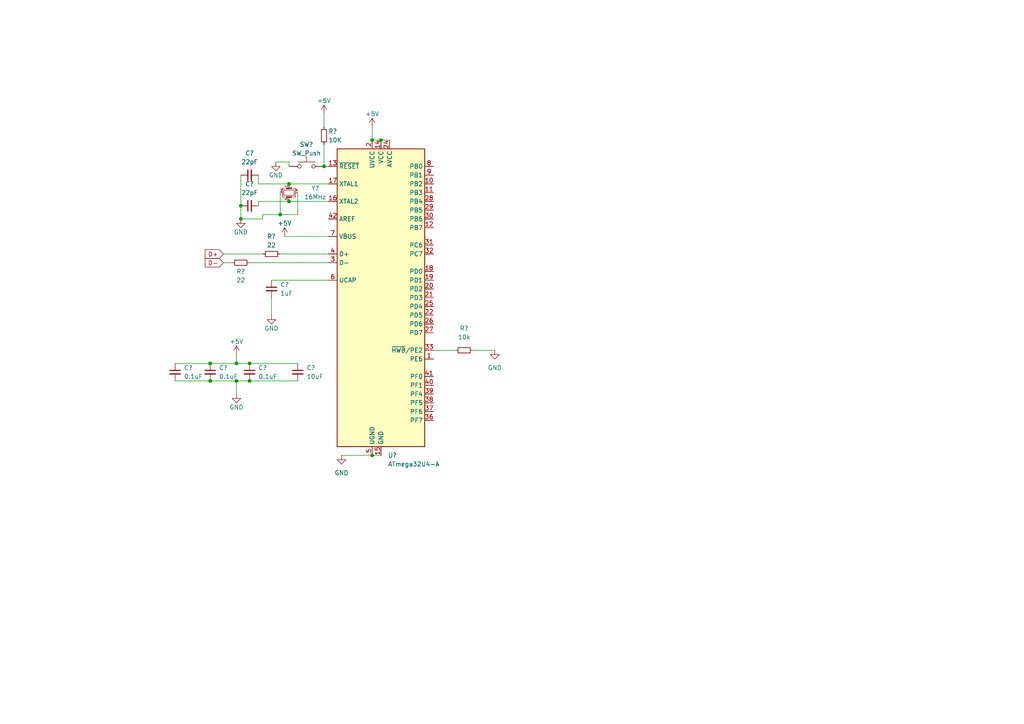
<source format=kicad_sch>
(kicad_sch (version 20211123) (generator eeschema)
  (paper "A4")
  (lib_symbols
    (symbol "Device:C_Small" (pin_numbers hide) (pin_names (offset 0.254) hide)
      (property "Reference" "C" (at 0.254 1.778 0))
      (property "Value" "C_Small" (at 0.254 -2.032 0))
      (symbol "C_Small_0_1"
        (polyline (pts (xy -1.524 -0.508) (xy 1.524 -0.508)) (stroke (width 0.3302)))
        (polyline (pts (xy -1.524 0.508) (xy 1.524 0.508)) (stroke (width 0.3048)))
      )
      (symbol "C_Small_1_1"
        (pin passive line (at 0 2.54 270) (length 2.032) (name "~") (number "1"))
        (pin passive line (at 0 -2.54 90) (length 2.032) (name "~") (number "2"))
      )
    )
    (symbol "Device:Crystal_GND24_Small" (pin_names (offset 1.016) hide)
      (property "Reference" "Y" (at 1.27 4.445 0))
      (property "Value" "Crystal_GND24_Small" (at 1.27 2.54 0))
      (symbol "Crystal_GND24_Small_0_1"
        (rectangle (start -0.762 -1.524) (end 0.762 1.524))
        (polyline (pts (xy -1.27 -0.762) (xy -1.27 0.762)) (stroke (width 0.381)))
        (polyline (pts (xy 1.27 -0.762) (xy 1.27 0.762)) (stroke (width 0.381)))
        (polyline (pts (xy -1.27 -1.27) (xy -1.27 -1.905) (xy 1.27 -1.905) (xy 1.27 -1.27)))
        (polyline (pts (xy -1.27 1.27) (xy -1.27 1.905) (xy 1.27 1.905) (xy 1.27 1.27)))
      )
      (symbol "Crystal_GND24_Small_1_1"
        (pin passive line (at -2.54 0 0) (length 1.27) (name "1") (number "1"))
        (pin passive line (at 0 -2.54 90) (length 0.635) (name "2") (number "2"))
        (pin passive line (at 2.54 0 180) (length 1.27) (name "3") (number "3"))
        (pin passive line (at 0 2.54 270) (length 0.635) (name "4") (number "4"))
      )
    )
    (symbol "Device:R_Small" (pin_numbers hide) (pin_names (offset 0.254) hide)
      (property "Reference" "R" (at 0.762 0.508 0))
      (property "Value" "R_Small" (at 0.762 -1.016 0))
      (symbol "R_Small_0_1"
        (rectangle (start -0.762 1.778) (end 0.762 -1.778) (stroke (width 0.2032)))
      )
      (symbol "R_Small_1_1"
        (pin passive line (at 0 2.54 270) (length 0.762) (name "~") (number "1"))
        (pin passive line (at 0 -2.54 90) (length 0.762) (name "~") (number "2"))
      )
    )
    (symbol "MCU_Microchip_ATmega:ATmega32U4-A"
      (property "Reference" "U" (at -12.7 44.45 0))
      (property "Value" "ATmega32U4-A" (at 2.54 -44.45 0))
      (symbol "ATmega32U4-A_0_1"
        (rectangle (start -12.7 -43.18) (end 12.7 43.18) (stroke (width 0.254)) (fill (type background)))
      )
      (symbol "ATmega32U4-A_1_1"
        (pin bidirectional line (at 15.24 -17.78 180) (length 2.54) (name "PE6") (number "1"))
        (pin bidirectional line (at 15.24 33.02 180) (length 2.54) (name "PB2") (number "10"))
        (pin bidirectional line (at 15.24 30.48 180) (length 2.54) (name "PB3") (number "11"))
        (pin bidirectional line (at 15.24 20.32 180) (length 2.54) (name "PB7") (number "12"))
        (pin input line (at -15.24 38.1 0) (length 2.54) (name "~{RESET}") (number "13"))
        (pin power_in line (at 0 45.72 270) (length 2.54) (name "VCC") (number "14"))
        (pin power_in line (at 0 -45.72 90) (length 2.54) (name "GND") (number "15"))
        (pin output line (at -15.24 27.94 0) (length 2.54) (name "XTAL2") (number "16"))
        (pin input line (at -15.24 33.02 0) (length 2.54) (name "XTAL1") (number "17"))
        (pin bidirectional line (at 15.24 7.62 180) (length 2.54) (name "PD0") (number "18"))
        (pin bidirectional line (at 15.24 5.08 180) (length 2.54) (name "PD1") (number "19"))
        (pin power_in line (at -2.54 45.72 270) (length 2.54) (name "UVCC") (number "2"))
        (pin bidirectional line (at 15.24 2.54 180) (length 2.54) (name "PD2") (number "20"))
        (pin bidirectional line (at 15.24 0 180) (length 2.54) (name "PD3") (number "21"))
        (pin bidirectional line (at 15.24 -5.08 180) (length 2.54) (name "PD5") (number "22"))
        (pin passive line (at 0 -45.72 90) (length 2.54) hide (name "GND") (number "23"))
        (pin power_in line (at 2.54 45.72 270) (length 2.54) (name "AVCC") (number "24"))
        (pin bidirectional line (at 15.24 -2.54 180) (length 2.54) (name "PD4") (number "25"))
        (pin bidirectional line (at 15.24 -7.62 180) (length 2.54) (name "PD6") (number "26"))
        (pin bidirectional line (at 15.24 -10.16 180) (length 2.54) (name "PD7") (number "27"))
        (pin bidirectional line (at 15.24 27.94 180) (length 2.54) (name "PB4") (number "28"))
        (pin bidirectional line (at 15.24 25.4 180) (length 2.54) (name "PB5") (number "29"))
        (pin bidirectional line (at -15.24 10.16 0) (length 2.54) (name "D-") (number "3"))
        (pin bidirectional line (at 15.24 22.86 180) (length 2.54) (name "PB6") (number "30"))
        (pin bidirectional line (at 15.24 15.24 180) (length 2.54) (name "PC6") (number "31"))
        (pin bidirectional line (at 15.24 12.7 180) (length 2.54) (name "PC7") (number "32"))
        (pin bidirectional line (at 15.24 -15.24 180) (length 2.54) (name "~{HWB}/PE2") (number "33"))
        (pin passive line (at 0 45.72 270) (length 2.54) hide (name "VCC") (number "34"))
        (pin passive line (at 0 -45.72 90) (length 2.54) hide (name "GND") (number "35"))
        (pin bidirectional line (at 15.24 -35.56 180) (length 2.54) (name "PF7") (number "36"))
        (pin bidirectional line (at 15.24 -33.02 180) (length 2.54) (name "PF6") (number "37"))
        (pin bidirectional line (at 15.24 -30.48 180) (length 2.54) (name "PF5") (number "38"))
        (pin bidirectional line (at 15.24 -27.94 180) (length 2.54) (name "PF4") (number "39"))
        (pin bidirectional line (at -15.24 12.7 0) (length 2.54) (name "D+") (number "4"))
        (pin bidirectional line (at 15.24 -25.4 180) (length 2.54) (name "PF1") (number "40"))
        (pin bidirectional line (at 15.24 -22.86 180) (length 2.54) (name "PF0") (number "41"))
        (pin passive line (at -15.24 22.86 0) (length 2.54) (name "AREF") (number "42"))
        (pin passive line (at 0 -45.72 90) (length 2.54) hide (name "GND") (number "43"))
        (pin passive line (at 2.54 45.72 270) (length 2.54) hide (name "AVCC") (number "44"))
        (pin passive line (at -2.54 -45.72 90) (length 2.54) (name "UGND") (number "5"))
        (pin passive line (at -15.24 5.08 0) (length 2.54) (name "UCAP") (number "6"))
        (pin input line (at -15.24 17.78 0) (length 2.54) (name "VBUS") (number "7"))
        (pin bidirectional line (at 15.24 38.1 180) (length 2.54) (name "PB0") (number "8"))
        (pin bidirectional line (at 15.24 35.56 180) (length 2.54) (name "PB1") (number "9"))
      )
    )
    (symbol "Switch:SW_Push" (pin_numbers hide) (pin_names (offset 1.016) hide)
      (property "Reference" "SW" (at 1.27 2.54 0))
      (property "Value" "SW_Push" (at 0 -1.524 0))
      (symbol "SW_Push_0_1"
        (circle (center -2.032 0) (radius 0.508))
        (polyline (pts (xy 0 1.27) (xy 0 3.048)))
        (polyline (pts (xy 2.54 1.27) (xy -2.54 1.27)))
        (circle (center 2.032 0) (radius 0.508))
        (pin passive line (at -5.08 0 0) (length 2.54) (name "1") (number "1"))
        (pin passive line (at 5.08 0 180) (length 2.54) (name "2") (number "2"))
      )
    )
    (symbol "power:+5V" (power) (pin_names (offset 0))
      (property "Value" "+5V" (at 0 3.556 0))
      (symbol "+5V_0_1"
        (polyline (pts (xy -0.762 1.27) (xy 0 2.54)))
        (polyline (pts (xy 0 0) (xy 0 2.54)))
        (polyline (pts (xy 0 2.54) (xy 0.762 1.27)))
      )
      (symbol "+5V_1_1"
        (pin power_in line (at 0 0 90) (length 0) hide (name "+5V") (number "1"))
      )
    )
    (symbol "power:GND" (power) (pin_names (offset 0))
      (property "Value" "GND" (at 0 -3.81 0))
      (symbol "GND_0_1"
        (polyline (pts (xy 0 0) (xy 0 -1.27) (xy 1.27 -1.27) (xy 0 -2.54) (xy -1.27 -1.27) (xy 0 -1.27)))
      )
      (symbol "GND_1_1"
        (pin power_in line (at 0 0 270) (length 0) hide (name "GND") (number "1"))
      )
    )
  )
  (junction (at 83.82 53.34))
  (junction (at 107.95 40.64))
  (junction (at 81.28 62.23))
  (junction (at 93.98 48.26))
  (junction (at 60.96 105.41))
  (junction (at 69.85 59.69))
  (junction (at 83.82 58.42))
  (junction (at 68.58 105.41))
  (junction (at 68.58 110.49))
  (junction (at 60.96 110.49))
  (junction (at 72.39 105.41))
  (junction (at 110.49 40.64))
  (junction (at 107.95 132.08))
  (junction (at 72.39 110.49))
  (junction (at 69.85 63.5))
  (wire (pts (xy 69.85 50.8) (xy 69.85 59.69)))
  (wire (pts (xy 72.39 105.41) (xy 86.36 105.41)))
  (wire (pts (xy 83.82 53.34) (xy 95.25 53.34)))
  (wire (pts (xy 93.98 41.91) (xy 93.98 48.26)))
  (wire (pts (xy 81.28 62.23) (xy 81.28 55.88)))
  (wire (pts (xy 50.8 105.41) (xy 60.96 105.41)))
  (wire (pts (xy 80.01 46.99) (xy 83.82 46.99)))
  (wire (pts (xy 78.74 81.28) (xy 95.25 81.28)))
  (wire (pts (xy 110.49 40.64) (xy 113.03 40.64)))
  (wire (pts (xy 83.82 58.42) (xy 95.25 58.42)))
  (wire (pts (xy 76.2 63.5) (xy 76.2 62.23)))
  (wire (pts (xy 74.93 59.69) (xy 74.93 58.42)))
  (wire (pts (xy 72.39 110.49) (xy 86.36 110.49)))
  (wire (pts (xy 81.28 62.23) (xy 86.36 62.23)))
  (wire (pts (xy 64.77 76.2) (xy 67.31 76.2)))
  (wire (pts (xy 86.36 55.88) (xy 86.36 62.23)))
  (wire (pts (xy 93.98 33.02) (xy 93.98 36.83)))
  (wire (pts (xy 60.96 110.49) (xy 68.58 110.49)))
  (wire (pts (xy 64.77 73.66) (xy 76.2 73.66)))
  (wire (pts (xy 74.93 50.8) (xy 74.93 53.34)))
  (wire (pts (xy 68.58 105.41) (xy 72.39 105.41)))
  (wire (pts (xy 107.95 40.64) (xy 110.49 40.64)))
  (wire (pts (xy 68.58 110.49) (xy 72.39 110.49)))
  (wire (pts (xy 76.2 62.23) (xy 81.28 62.23)))
  (wire (pts (xy 69.85 59.69) (xy 69.85 63.5)))
  (wire (pts (xy 99.06 132.08) (xy 107.95 132.08)))
  (wire (pts (xy 107.95 132.08) (xy 110.49 132.08)))
  (wire (pts (xy 74.93 58.42) (xy 83.82 58.42)))
  (wire (pts (xy 107.95 36.83) (xy 107.95 40.64)))
  (wire (pts (xy 60.96 105.41) (xy 68.58 105.41)))
  (wire (pts (xy 125.73 101.6) (xy 132.08 101.6)))
  (wire (pts (xy 82.55 68.58) (xy 95.25 68.58)))
  (wire (pts (xy 50.8 110.49) (xy 60.96 110.49)))
  (wire (pts (xy 137.16 101.6) (xy 143.51 101.6)))
  (wire (pts (xy 74.93 53.34) (xy 83.82 53.34)))
  (wire (pts (xy 72.39 76.2) (xy 95.25 76.2)))
  (wire (pts (xy 78.74 86.36) (xy 78.74 91.44)))
  (wire (pts (xy 93.98 48.26) (xy 95.25 48.26)))
  (wire (pts (xy 68.58 102.87) (xy 68.58 105.41)))
  (wire (pts (xy 83.82 48.26) (xy 83.82 46.99)))
  (wire (pts (xy 68.58 110.49) (xy 68.58 114.3)))
  (wire (pts (xy 69.85 63.5) (xy 76.2 63.5)))
  (wire (pts (xy 81.28 73.66) (xy 95.25 73.66)))
  (global_label "D-" (shape input) (at 64.77 76.2 180) (property "Intersheet References" "${INTERSHEET_REFS}" (effects hide)))
  (global_label "D+" (shape input) (at 64.77 73.66 180) (property "Intersheet References" "${INTERSHEET_REFS}" (effects hide)))
  (symbol (lib_id "Device:C_Small") (at 86.36 107.95 0) (unit 1)
    (property "Reference" "C?" (at 88.9 106.6862 0) (effects (justify left)))
    (property "Value" "10uF" (at 88.9 109.2262 0) (effects (justify left)))
  )
  (symbol (lib_id "power:GND") (at 80.01 46.99 0) (unit 1)
    (property "Reference" "#PWR?" (effects hide))
    (property "Value" "GND" (at 80.01 50.8 0))
  )
  (symbol (lib_id "Device:C_Small") (at 50.8 107.95 0) (unit 1)
    (property "Reference" "C?" (at 53.34 106.6862 0) (effects (justify left)))
    (property "Value" "0.1uF" (at 53.34 109.2262 0) (effects (justify left)))
  )
  (symbol (lib_id "power:+5V") (at 93.98 33.02 0) (unit 1)
    (property "Reference" "#PWR?" (effects hide))
    (property "Value" "+5V" (at 93.98 29.21 0))
  )
  (symbol (lib_id "Device:Crystal_GND24_Small") (at 83.82 55.88 270) (unit 1)
    (property "Reference" "Y?" (at 91.44 54.61 90))
    (property "Value" "16MHz" (at 91.44 57.15 90))
  )
  (symbol (lib_id "Device:C_Small") (at 72.39 59.69 90) (unit 1)
    (property "Reference" "C?" (at 72.39 53.34 90))
    (property "Value" "22pF" (at 72.39 55.88 90))
  )
  (symbol (lib_id "Device:C_Small") (at 60.96 107.95 0) (unit 1)
    (property "Reference" "C?" (at 63.5 106.6862 0) (effects (justify left)))
    (property "Value" "0.1uF" (at 63.5 109.2262 0) (effects (justify left)))
  )
  (symbol (lib_id "Device:R_Small") (at 69.85 76.2 90) (unit 1)
    (property "Reference" "R?" (at 69.85 78.74 90))
    (property "Value" "22" (at 69.85 81.28 90))
  )
  (symbol (lib_id "Device:C_Small") (at 78.74 83.82 0) (unit 1)
    (property "Reference" "C?" (at 81.28 82.5562 0) (effects (justify left)))
    (property "Value" "1uF" (at 81.28 85.0962 0) (effects (justify left)))
  )
  (symbol (lib_id "Switch:SW_Push") (at 88.9 48.26 0) (unit 1)
    (property "Reference" "SW?" (at 88.9 41.91 0))
    (property "Value" "SW_Push" (at 88.9 44.45 0))
  )
  (symbol (lib_id "Device:R_Small") (at 134.62 101.6 90) (unit 1)
    (property "Reference" "R?" (at 134.62 95.25 90))
    (property "Value" "10k" (at 134.62 97.79 90))
  )
  (symbol (lib_id "power:GND") (at 143.51 101.6 0) (unit 1)
    (property "Reference" "#PWR?" (effects hide))
    (property "Value" "GND" (at 143.51 106.68 0))
  )
  (symbol (lib_id "Device:R_Small") (at 93.98 39.37 0) (unit 1)
    (property "Reference" "R?" (at 95.25 38.1 0) (effects (justify left)))
    (property "Value" "10K" (at 95.25 40.64 0) (effects (justify left)))
  )
  (symbol (lib_id "power:+5V") (at 82.55 68.58 0) (unit 1)
    (property "Reference" "#PWR?" (effects hide))
    (property "Value" "+5V" (at 82.55 64.77 0))
  )
  (symbol (lib_id "power:GND") (at 99.06 132.08 0) (unit 1)
    (property "Reference" "#PWR?" (effects hide))
    (property "Value" "GND" (at 99.06 137.16 0))
  )
  (symbol (lib_id "Device:C_Small") (at 72.39 50.8 90) (unit 1)
    (property "Reference" "C?" (at 72.3963 44.45 90))
    (property "Value" "22pF" (at 72.3963 46.99 90))
  )
  (symbol (lib_id "power:GND") (at 78.74 91.44 0) (unit 1)
    (property "Reference" "#PWR?" (effects hide))
    (property "Value" "GND" (at 78.74 95.25 0))
  )
  (symbol (lib_id "MCU_Microchip_ATmega:ATmega32U4-A") (at 110.49 86.36 0) (unit 1)
    (property "Reference" "U?" (at 112.5094 132.08 0) (effects (justify left)))
    (property "Value" "ATmega32U4-A" (at 112.5094 134.62 0) (effects (justify left)))
    (property "Footprint" "Package_QFP:TQFP-44_10x10mm_P0.8mm" (effects hide))
    (property "Datasheet" "http://ww1.microchip.com/downloads/en/DeviceDoc/Atmel-7766-8-bit-AVR-ATmega16U4-32U4_Datasheet.pdf" (effects hide))
  )
  (symbol (lib_id "power:GND") (at 69.85 63.5 0) (unit 1)
    (property "Reference" "#PWR?" (effects hide))
    (property "Value" "GND" (at 69.85 67.31 0))
  )
  (symbol (lib_id "Device:R_Small") (at 78.74 73.66 90) (unit 1)
    (property "Reference" "R?" (at 78.74 68.58 90))
    (property "Value" "22" (at 78.74 71.12 90))
  )
  (symbol (lib_id "power:+5V") (at 68.58 102.87 0) (unit 1)
    (property "Reference" "#PWR?" (effects hide))
    (property "Value" "+5V" (at 68.58 99.06 0))
  )
  (symbol (lib_id "power:+5V") (at 107.95 36.83 0) (unit 1)
    (property "Reference" "#PWR?" (effects hide))
    (property "Value" "+5V" (at 107.95 33.02 0))
  )
  (symbol (lib_id "Device:C_Small") (at 72.39 107.95 0) (unit 1)
    (property "Reference" "C?" (at 74.93 106.6862 0) (effects (justify left)))
    (property "Value" "0.1uF" (at 74.93 109.2262 0) (effects (justify left)))
  )
  (symbol (lib_id "power:GND") (at 68.58 114.3 0) (unit 1)
    (property "Reference" "#PWR?" (effects hide))
    (property "Value" "GND" (at 68.58 118.11 0))
  )
)
</source>
